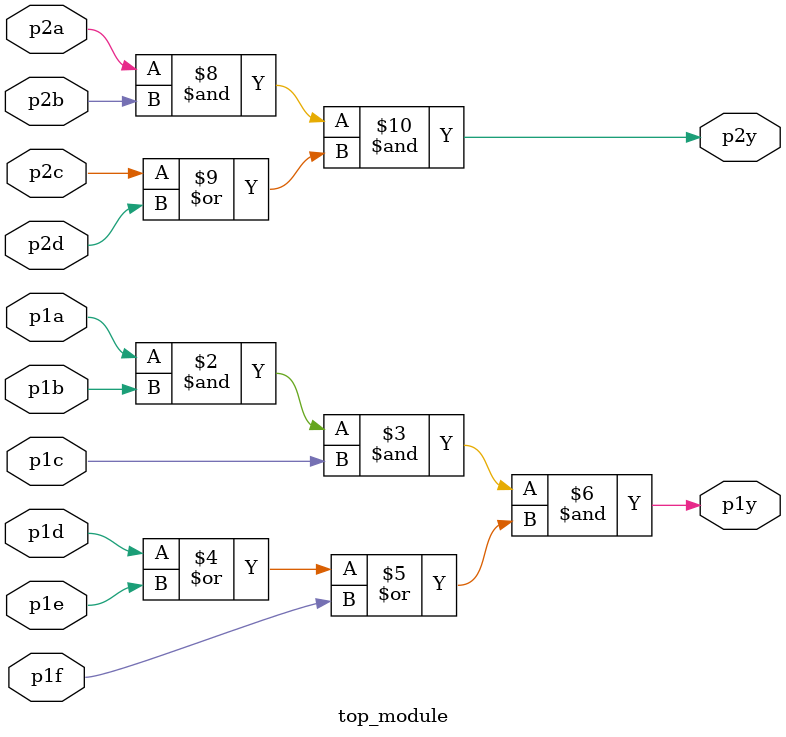
<source format=sv>
module top_module(
    input p1a, 
    input p1b, 
    input p1c, 
    input p1d,
    input p1e,
    input p1f,
    output reg p1y, 
    input p2a, 
    input p2b, 
    input p2c, 
    input p2d, 
    output reg p2y
);

    // Compute p1y
    always @(*) begin
        p1y = (p1a & p1b & p1c) & (p1d | p1e | p1f);
    end

    // Compute p2y
    always @(*) begin
        p2y = (p2a & p2b) & (p2c | p2d);
    end

endmodule

</source>
